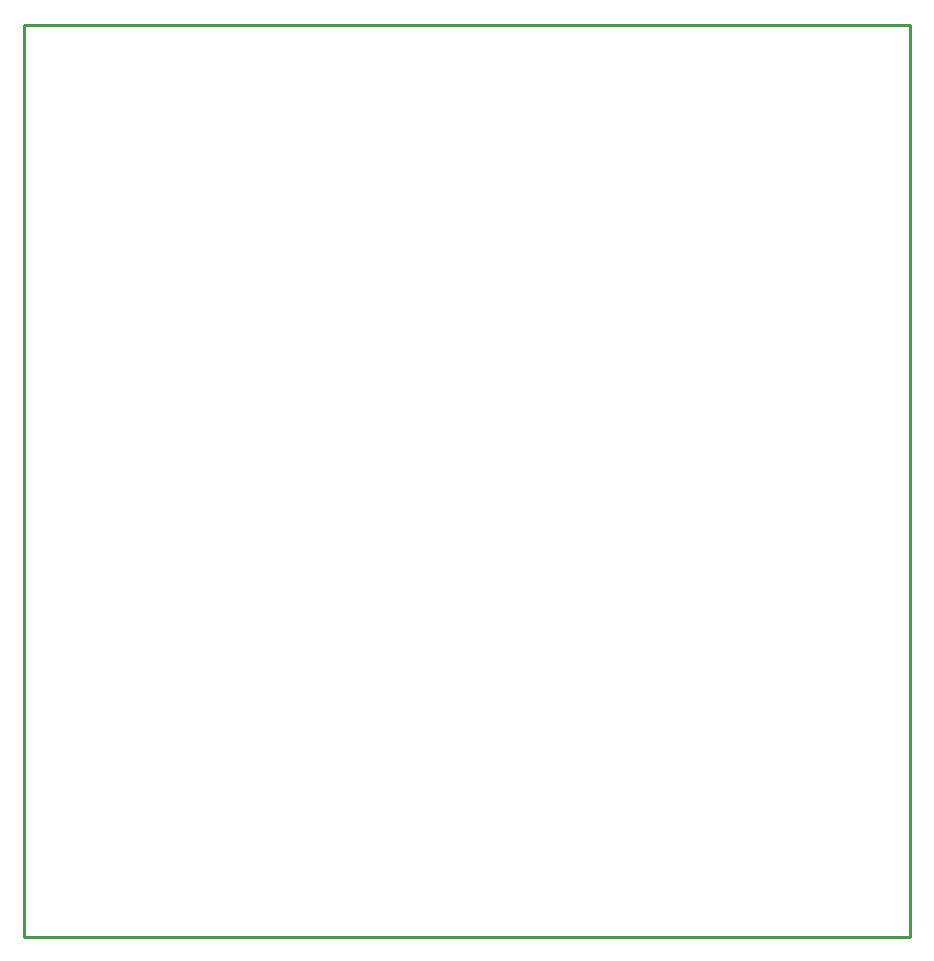
<source format=gko>
G04*
G04 #@! TF.GenerationSoftware,Altium Limited,Altium Designer,24.1.2 (44)*
G04*
G04 Layer_Color=16711935*
%FSLAX25Y25*%
%MOIN*%
G70*
G04*
G04 #@! TF.SameCoordinates,9E04AB5A-7F44-4484-A11C-FDF8A6245F59*
G04*
G04*
G04 #@! TF.FilePolarity,Positive*
G04*
G01*
G75*
%ADD15C,0.01000*%
D15*
X0Y377000D02*
X295500D01*
X295500Y73000D01*
X0D02*
X295500D01*
X0D02*
Y377000D01*
M02*

</source>
